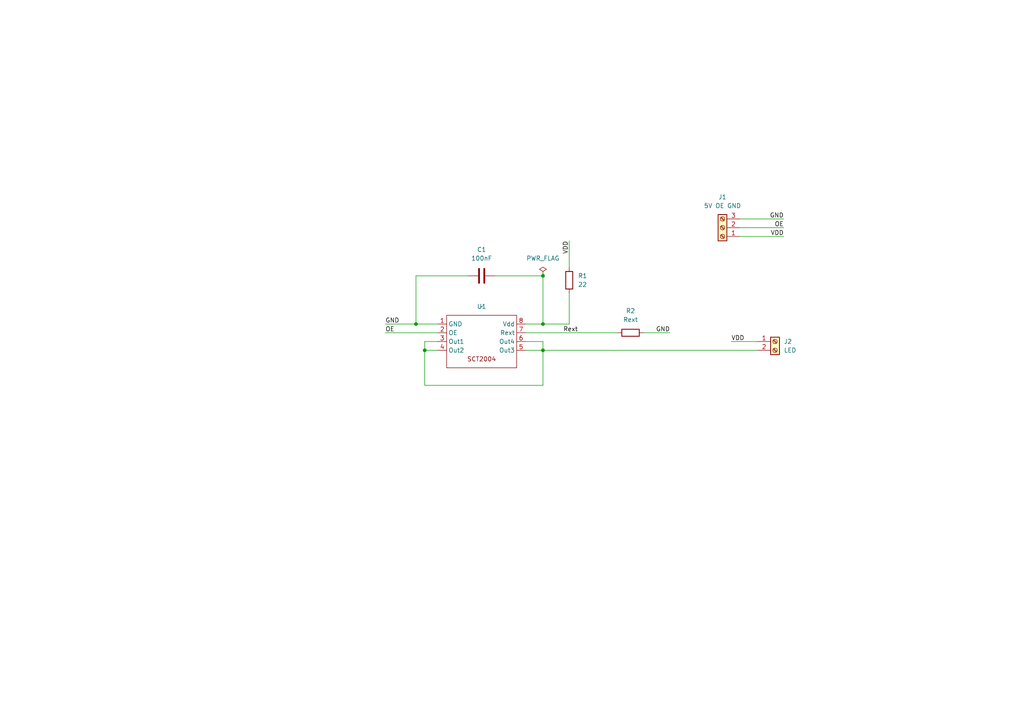
<source format=kicad_sch>
(kicad_sch (version 20230121) (generator eeschema)
  (paper "A4")
  (lib_symbols
    (symbol "Connector:Screw_Terminal_01x02" (pin_names (offset 1.016) hide)
      (property "Reference" "J" (at 0 2.54 0))
      (property "Value" "Screw_Terminal_01x02" (at 0 -5.08 0))
      (symbol "Screw_Terminal_01x02_1_1"
        (rectangle (start -1.27 1.27) (end 1.27 -3.81) (stroke (width 0.254)) (fill (type background)))
        (circle (center 0 -2.54) (radius 0.635) (stroke (width 0.1524)))
        (polyline (pts (xy -0.5334 -2.2098) (xy 0.3302 -3.048)) (stroke (width 0.1524)))
        (polyline (pts (xy -0.5334 0.3302) (xy 0.3302 -0.508)) (stroke (width 0.1524)))
        (polyline (pts (xy -0.3556 -2.032) (xy 0.508 -2.8702)) (stroke (width 0.1524)))
        (polyline (pts (xy -0.3556 0.508) (xy 0.508 -0.3302)) (stroke (width 0.1524)))
        (circle (center 0 0) (radius 0.635) (stroke (width 0.1524)))
        (pin passive line (at -5.08 0 0) (length 3.81) (name "Pin_1") (number "1"))
        (pin passive line (at -5.08 -2.54 0) (length 3.81) (name "Pin_2") (number "2"))
      )
    )
    (symbol "Connector:Screw_Terminal_01x03" (pin_names (offset 1.016) hide)
      (property "Reference" "J" (at 0 5.08 0))
      (property "Value" "Screw_Terminal_01x03" (at 0 -5.08 0))
      (symbol "Screw_Terminal_01x03_1_1"
        (rectangle (start -1.27 3.81) (end 1.27 -3.81) (stroke (width 0.254)) (fill (type background)))
        (circle (center 0 -2.54) (radius 0.635) (stroke (width 0.1524)))
        (polyline (pts (xy -0.5334 -2.2098) (xy 0.3302 -3.048)) (stroke (width 0.1524)))
        (polyline (pts (xy -0.5334 0.3302) (xy 0.3302 -0.508)) (stroke (width 0.1524)))
        (polyline (pts (xy -0.5334 2.8702) (xy 0.3302 2.032)) (stroke (width 0.1524)))
        (polyline (pts (xy -0.3556 -2.032) (xy 0.508 -2.8702)) (stroke (width 0.1524)))
        (polyline (pts (xy -0.3556 0.508) (xy 0.508 -0.3302)) (stroke (width 0.1524)))
        (polyline (pts (xy -0.3556 3.048) (xy 0.508 2.2098)) (stroke (width 0.1524)))
        (circle (center 0 0) (radius 0.635) (stroke (width 0.1524)))
        (circle (center 0 2.54) (radius 0.635) (stroke (width 0.1524)))
        (pin passive line (at -5.08 2.54 0) (length 3.81) (name "Pin_1") (number "1"))
        (pin passive line (at -5.08 0 0) (length 3.81) (name "Pin_2") (number "2"))
        (pin passive line (at -5.08 -2.54 0) (length 3.81) (name "Pin_3") (number "3"))
      )
    )
    (symbol "Device:C" (pin_numbers hide) (pin_names (offset 0.254))
      (property "Reference" "C" (at 0.635 2.54 0))
      (property "Value" "C" (at 0.635 -2.54 0))
      (symbol "C_0_1"
        (polyline (pts (xy -2.032 -0.762) (xy 2.032 -0.762)) (stroke (width 0.508)))
        (polyline (pts (xy -2.032 0.762) (xy 2.032 0.762)) (stroke (width 0.508)))
      )
      (symbol "C_1_1"
        (pin passive line (at 0 3.81 270) (length 2.794) (name "~") (number "1"))
        (pin passive line (at 0 -3.81 90) (length 2.794) (name "~") (number "2"))
      )
    )
    (symbol "Device:R" (pin_numbers hide) (pin_names (offset 0))
      (property "Reference" "R" (at 2.032 0 90))
      (property "Value" "R" (at 0 0 90))
      (symbol "R_0_1"
        (rectangle (start -1.016 -2.54) (end 1.016 2.54) (stroke (width 0.254)))
      )
      (symbol "R_1_1"
        (pin passive line (at 0 3.81 270) (length 1.27) (name "~") (number "1"))
        (pin passive line (at 0 -3.81 90) (length 1.27) (name "~") (number "2"))
      )
    )
    (symbol "SCT2004:SCT2004"
      (property "Reference" "U" (at 0 0 0))
      (symbol "SCT2004_0_1"
        (rectangle (start -10.16 -2.54) (end 10.16 -17.78))
        (rectangle (start 10.16 -17.78) (end 10.16 -17.78))
      )
      (symbol "SCT2004_1_1"
        (text "SCT2004" (at 0 -15.24 0) (effects (font (size 1.27 1.27))))
        (pin power_out line (at -12.7 -5.08 0) (length 2.54) (name "GND") (number "1"))
        (pin input line (at -12.7 -7.62 0) (length 2.54) (name "OE") (number "2"))
        (pin bidirectional line (at -12.7 -10.16 0) (length 2.54) (name "Out1") (number "3"))
        (pin bidirectional line (at -12.7 -12.7 0) (length 2.54) (name "Out2") (number "4"))
        (pin bidirectional line (at 12.7 -12.7 180) (length 2.54) (name "Out3") (number "5"))
        (pin bidirectional line (at 12.7 -10.16 180) (length 2.54) (name "Out4") (number "6"))
        (pin free line (at 12.7 -7.62 180) (length 2.54) (name "Rext") (number "7"))
        (pin power_in line (at 12.7 -5.08 180) (length 2.54) (name "Vdd") (number "8"))
      )
    )
    (symbol "power:PWR_FLAG" (power) (pin_numbers hide) (pin_names (offset 0) hide)
      (property "Value" "PWR_FLAG" (at 0 3.81 0))
      (symbol "PWR_FLAG_0_0"
        (pin power_out line (at 0 0 90) (length 0) (name "pwr") (number "1"))
      )
      (symbol "PWR_FLAG_0_1"
        (polyline (pts (xy 0 0) (xy 0 1.27) (xy -1.016 1.905) (xy 0 2.54) (xy 1.016 1.905) (xy 0 1.27)))
      )
    )
  )
  (junction (at 157.48 93.98))
  (junction (at 157.48 80.01))
  (junction (at 157.48 101.6))
  (junction (at 123.19 101.6))
  (junction (at 120.65 93.98))
  (wire (pts (xy 157.48 111.76) (xy 157.48 101.6)))
  (wire (pts (xy 157.48 80.01) (xy 157.48 93.98)))
  (wire (pts (xy 152.4 99.06) (xy 157.48 99.06)))
  (wire (pts (xy 120.65 80.01) (xy 120.65 93.98)))
  (wire (pts (xy 135.89 80.01) (xy 120.65 80.01)))
  (wire (pts (xy 111.76 93.98) (xy 120.65 93.98)))
  (wire (pts (xy 214.63 63.5) (xy 227.33 63.5)))
  (wire (pts (xy 123.19 101.6) (xy 123.19 111.76)))
  (wire (pts (xy 214.63 66.04) (xy 227.33 66.04)))
  (wire (pts (xy 123.19 111.76) (xy 157.48 111.76)))
  (wire (pts (xy 152.4 93.98) (xy 157.48 93.98)))
  (wire (pts (xy 165.1 93.98) (xy 165.1 85.09)))
  (wire (pts (xy 186.69 96.52) (xy 194.31 96.52)))
  (wire (pts (xy 123.19 99.06) (xy 123.19 101.6)))
  (wire (pts (xy 152.4 101.6) (xy 157.48 101.6)))
  (wire (pts (xy 157.48 101.6) (xy 219.71 101.6)))
  (wire (pts (xy 212.09 99.06) (xy 219.71 99.06)))
  (wire (pts (xy 157.48 93.98) (xy 165.1 93.98)))
  (wire (pts (xy 152.4 96.52) (xy 179.07 96.52)))
  (wire (pts (xy 123.19 99.06) (xy 127 99.06)))
  (wire (pts (xy 143.51 80.01) (xy 157.48 80.01)))
  (wire (pts (xy 123.19 101.6) (xy 127 101.6)))
  (wire (pts (xy 165.1 69.85) (xy 165.1 77.47)))
  (wire (pts (xy 111.76 96.52) (xy 127 96.52)))
  (wire (pts (xy 120.65 93.98) (xy 127 93.98)))
  (wire (pts (xy 214.63 68.58) (xy 227.33 68.58)))
  (wire (pts (xy 157.48 99.06) (xy 157.48 101.6)))
  (label "GND" (at 111.76 93.98 0))
  (label "Rext" (at 167.64 96.52 180))
  (label "VDD" (at 212.09 99.06 0))
  (label "OE" (at 227.33 66.04 180))
  (label "VDD" (at 227.33 68.58 180))
  (label "GND" (at 227.33 63.5 180))
  (label "GND" (at 194.31 96.52 180))
  (label "VDD" (at 165.1 69.85 270))
  (label "OE" (at 111.76 96.52 0))
  (symbol (lib_id "Connector:Screw_Terminal_01x03") (at 209.55 66.04 180) (unit 1)
    (property "Reference" "J1" (at 209.55 57.15 0))
    (property "Value" "5V OE GND" (at 209.55 59.69 0))
    (property "Footprint" "TerminalBlock_Phoenix:TerminalBlock_Phoenix_PT-1,5-3-3.5-H_1x03_P3.50mm_Horizontal" (effects hide))
  )
  (symbol (lib_id "Device:R") (at 165.1 81.28 0) (unit 1)
    (property "Reference" "R1" (at 167.64 80.01 0) (effects (justify left)))
    (property "Value" "22" (at 167.64 82.55 0) (effects (justify left)))
    (property "Footprint" "Resistor_SMD:R_0805_2012Metric_Pad1.20x1.40mm_HandSolder" (effects hide))
  )
  (symbol (lib_id "Device:R") (at 182.88 96.52 90) (unit 1)
    (property "Reference" "R2" (at 182.88 90.17 90))
    (property "Value" "Rext" (at 182.88 92.71 90))
    (property "Footprint" "Resistor_SMD:R_0805_2012Metric_Pad1.20x1.40mm_HandSolder" (effects hide))
  )
  (symbol (lib_id "Connector:Screw_Terminal_01x02") (at 224.79 99.06 0) (unit 1)
    (property "Reference" "J2" (at 227.33 99.06 0) (effects (justify left)))
    (property "Value" "LED" (at 227.33 101.6 0) (effects (justify left)))
    (property "Footprint" "TerminalBlock_Phoenix:TerminalBlock_Phoenix_PT-1,5-2-3.5-H_1x02_P3.50mm_Horizontal" (effects hide))
  )
  (symbol (lib_id "power:PWR_FLAG") (at 157.48 80.01 0) (unit 1)
    (property "Reference" "#FLG01" (effects hide))
    (property "Value" "PWR_FLAG" (at 157.48 74.93 0))
  )
  (symbol (lib_id "SCT2004:SCT2004") (at 139.7 88.9 0) (unit 1)
    (property "Reference" "U1" (at 139.7 88.9 0))
    (property "Value" "~" (at 139.7 88.9 0))
    (property "Footprint" "Package_SO:SOP-8_3.76x4.96mm_P1.27mm" (effects hide))
  )
  (symbol (lib_id "Device:C") (at 139.7 80.01 90) (unit 1)
    (property "Reference" "C1" (at 139.7 72.39 90))
    (property "Value" "100nF" (at 139.7 74.93 90))
    (property "Footprint" "Capacitor_SMD:C_0805_2012Metric_Pad1.18x1.45mm_HandSolder" (effects hide))
  )
)
</source>
